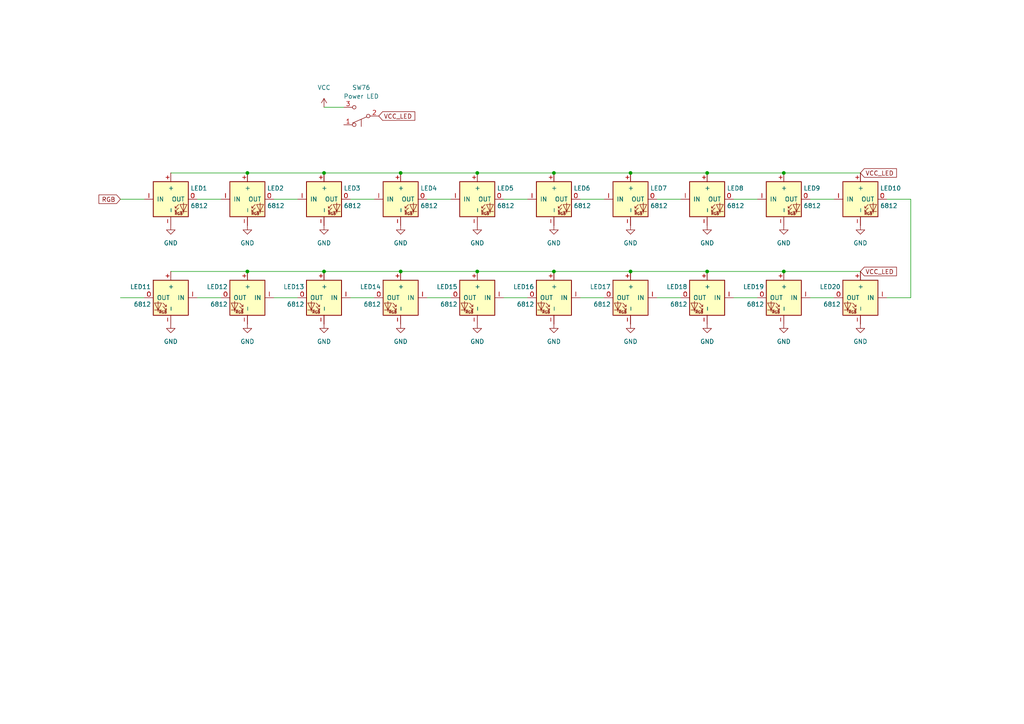
<source format=kicad_sch>
(kicad_sch (version 20211123) (generator eeschema)
  (paper "A4")
  (lib_symbols
    (symbol "Switch:SW_Push_SPDT" (pin_names (offset 0) hide)
      (property "Reference" "SW" (at 0 4.318 0))
      (property "Value" "SW_Push_SPDT" (at 0 -5.08 0))
      (symbol "SW_Push_SPDT_0_0"
        (circle (center -2.032 0) (radius 0.508))
        (polyline (pts (xy 0 1.016) (xy 0 3.048)))
        (circle (center 2.032 -2.54) (radius 0.508))
      )
      (symbol "SW_Push_SPDT_0_1"
        (polyline (pts (xy -1.524 0.254) (xy 2.54 2.032)))
        (circle (center 2.032 2.54) (radius 0.508))
      )
      (symbol "SW_Push_SPDT_1_1"
        (pin passive line (at 5.08 2.54 180) (length 2.54) (name "A") (number "1"))
        (pin passive line (at -5.08 0 0) (length 2.54) (name "B") (number "2"))
        (pin passive line (at 5.08 -2.54 180) (length 2.54) (name "C") (number "3"))
      )
    )
    (symbol "anki:6812" (pin_names (offset 1.016))
      (property "Reference" "LED" (at 5.08 7.62 0))
      (property "Value" "6812" (at 5.08 10.16 0))
      (symbol "6812_1_1"
        (polyline (pts (xy 1.27 -3.556) (xy 1.778 -3.556)))
        (polyline (pts (xy 1.27 -2.54) (xy 1.778 -2.54)))
        (polyline (pts (xy 4.699 -3.556) (xy 2.667 -3.556)))
        (polyline (pts (xy 2.286 -2.54) (xy 1.27 -3.556) (xy 1.27 -3.048)))
        (polyline (pts (xy 2.286 -1.524) (xy 1.27 -2.54) (xy 1.27 -2.032)))
        (polyline (pts (xy 3.683 -1.016) (xy 3.683 -3.556) (xy 3.683 -4.064)))
        (polyline (pts (xy 4.699 -1.524) (xy 2.667 -1.524) (xy 3.683 -3.556) (xy 4.699 -1.524)))
        (rectangle (start 5.08 5.08) (end -5.08 -5.08) (stroke (width 0.254)) (fill (type background)))
        (text "RGB" (at 2.286 -4.191 0) (effects (font (size 0.762 0.762))))
        (pin power_in line (at 0 7.62 270) (length 2.54) (name "+") (number "+"))
        (pin power_in line (at 0 -7.62 90) (length 2.54) (name "-") (number "-"))
        (pin input line (at -7.62 0 0) (length 2.54) (name "IN") (number "I"))
        (pin output line (at 7.62 0 180) (length 2.54) (name "OUT") (number "O"))
      )
    )
    (symbol "power:GND" (power) (pin_names (offset 0))
      (property "Value" "GND" (at 0 -3.81 0))
      (symbol "GND_0_1"
        (polyline (pts (xy 0 0) (xy 0 -1.27) (xy 1.27 -1.27) (xy 0 -2.54) (xy -1.27 -1.27) (xy 0 -1.27)))
      )
      (symbol "GND_1_1"
        (pin power_in line (at 0 0 270) (length 0) hide (name "GND") (number "1"))
      )
    )
    (symbol "power:VCC" (power) (pin_names (offset 0))
      (property "Value" "VCC" (at 0 3.81 0))
      (symbol "VCC_0_1"
        (polyline (pts (xy -0.762 1.27) (xy 0 2.54)))
        (polyline (pts (xy 0 0) (xy 0 2.54)))
        (polyline (pts (xy 0 2.54) (xy 0.762 1.27)))
      )
      (symbol "VCC_1_1"
        (pin power_in line (at 0 0 90) (length 0) hide (name "VCC") (number "1"))
      )
    )
  )
  (junction (at 205.105 50.165))
  (junction (at 160.655 50.165) (diameter 0.9144))
  (junction (at 71.755 78.74) (diameter 0.9144))
  (junction (at 160.655 78.74))
  (junction (at 93.98 78.74))
  (junction (at 138.43 50.165))
  (junction (at 205.105 78.74))
  (junction (at 116.205 50.165))
  (junction (at 227.33 50.165) (diameter 0.9144))
  (junction (at 116.205 78.74) (diameter 0.9144))
  (junction (at 71.755 50.165))
  (junction (at 182.88 50.165) (diameter 0.9144))
  (junction (at 182.88 78.74))
  (junction (at 227.33 78.74) (diameter 0.9144))
  (junction (at 93.98 50.165))
  (junction (at 138.43 78.74) (diameter 0.9144))
  (wire (pts (xy 241.935 86.36) (xy 234.95 86.36)))
  (wire (pts (xy 182.88 78.74) (xy 160.655 78.74)))
  (wire (pts (xy 49.53 50.165) (xy 71.755 50.165)))
  (wire (pts (xy 205.105 50.165) (xy 227.33 50.165)))
  (wire (pts (xy 79.375 57.785) (xy 86.36 57.785)))
  (wire (pts (xy 34.925 57.785) (xy 41.91 57.785)))
  (wire (pts (xy 264.16 86.36) (xy 257.175 86.36)))
  (wire (pts (xy 116.205 50.165) (xy 138.43 50.165)))
  (wire (pts (xy 86.36 86.36) (xy 79.375 86.36)))
  (wire (pts (xy 227.33 50.165) (xy 249.555 50.165)))
  (wire (pts (xy 146.05 57.785) (xy 153.035 57.785)))
  (wire (pts (xy 175.26 86.36) (xy 168.275 86.36)))
  (wire (pts (xy 116.205 78.74) (xy 93.98 78.74)))
  (wire (pts (xy 249.555 78.74) (xy 227.33 78.74)))
  (wire (pts (xy 93.98 50.165) (xy 116.205 50.165)))
  (wire (pts (xy 257.175 57.785) (xy 264.16 57.785)))
  (wire (pts (xy 234.95 57.785) (xy 241.935 57.785)))
  (wire (pts (xy 123.825 57.785) (xy 130.81 57.785)))
  (wire (pts (xy 219.71 86.36) (xy 212.725 86.36)))
  (wire (pts (xy 57.15 57.785) (xy 64.135 57.785)))
  (wire (pts (xy 64.135 86.36) (xy 57.15 86.36)))
  (wire (pts (xy 168.275 57.785) (xy 175.26 57.785)))
  (wire (pts (xy 130.81 86.36) (xy 123.825 86.36)))
  (wire (pts (xy 160.655 78.74) (xy 138.43 78.74)))
  (wire (pts (xy 153.035 86.36) (xy 146.05 86.36)))
  (wire (pts (xy 101.6 57.785) (xy 108.585 57.785)))
  (wire (pts (xy 138.43 78.74) (xy 116.205 78.74)))
  (wire (pts (xy 71.755 50.165) (xy 93.98 50.165)))
  (wire (pts (xy 41.91 86.36) (xy 34.925 86.36)))
  (wire (pts (xy 182.88 78.74) (xy 205.105 78.74)))
  (wire (pts (xy 93.98 31.115) (xy 99.695 31.115)))
  (wire (pts (xy 138.43 50.165) (xy 160.655 50.165)))
  (wire (pts (xy 264.16 57.785) (xy 264.16 86.36)))
  (wire (pts (xy 227.33 78.74) (xy 205.105 78.74)))
  (wire (pts (xy 71.755 78.74) (xy 49.53 78.74)))
  (wire (pts (xy 197.485 86.36) (xy 190.5 86.36)))
  (wire (pts (xy 182.88 50.165) (xy 205.105 50.165)))
  (wire (pts (xy 108.585 86.36) (xy 101.6 86.36)))
  (wire (pts (xy 190.5 57.785) (xy 197.485 57.785)))
  (wire (pts (xy 160.655 50.165) (xy 182.88 50.165)))
  (wire (pts (xy 212.725 57.785) (xy 219.71 57.785)))
  (wire (pts (xy 93.98 78.74) (xy 71.755 78.74)))
  (global_label "RGB" (shape input) (at 34.925 57.785 180) (property "Intersheet References" "${INTERSHEET_REFS}" (effects hide)))
  (global_label "VCC_LED" (shape input) (at 249.555 50.165 0) (property "Intersheet References" "${INTERSHEET_REFS}" (effects hide)))
  (global_label "VCC_LED" (shape input) (at 109.855 33.655 0) (property "Intersheet References" "${INTERSHEET_REFS}" (effects hide)))
  (global_label "VCC_LED" (shape input) (at 249.555 78.74 0) (property "Intersheet References" "${INTERSHEET_REFS}" (effects hide)))
  (symbol (lib_id "anki:6812") (at 49.53 57.785 0) (unit 1)
    (property "Reference" "LED1" (at 55.245 54.6099 0) (effects (justify left)))
    (property "Value" "6812" (at 55.245 59.6899 0) (effects (justify left)))
    (property "Footprint" "kien242:SK6812-MINI" (effects hide))
  )
  (symbol (lib_id "anki:6812") (at 249.555 57.785 0) (unit 1)
    (property "Reference" "LED10" (at 255.27 54.6099 0) (effects (justify left)))
    (property "Value" "6812" (at 255.27 59.6899 0) (effects (justify left)))
    (property "Footprint" "kien242:SK6812-MINI" (effects hide))
  )
  (symbol (lib_id "power:GND") (at 116.205 65.405 0) (unit 1)
    (property "Reference" "#PWR040" (effects hide))
    (property "Value" "GND" (at 116.205 70.485 0))
  )
  (symbol (lib_id "power:GND") (at 160.655 65.405 0) (unit 1)
    (property "Reference" "#PWR042" (effects hide))
    (property "Value" "GND" (at 160.655 70.485 0))
  )
  (symbol (lib_id "power:GND") (at 49.53 65.405 0) (unit 1)
    (property "Reference" "#PWR037" (effects hide))
    (property "Value" "GND" (at 49.53 70.485 0))
  )
  (symbol (lib_id "anki:6812") (at 116.205 57.785 0) (unit 1)
    (property "Reference" "LED4" (at 121.92 54.6099 0) (effects (justify left)))
    (property "Value" "6812" (at 121.92 59.6899 0) (effects (justify left)))
    (property "Footprint" "kien242:SK6812-MINI" (effects hide))
  )
  (symbol (lib_id "anki:6812") (at 227.33 86.36 0) (mirror y) (unit 1)
    (property "Reference" "LED19" (at 221.615 83.1849 0) (effects (justify left)))
    (property "Value" "6812" (at 221.615 88.2649 0) (effects (justify left)))
    (property "Footprint" "kien242:SK6812-MINI" (effects hide))
  )
  (symbol (lib_id "anki:6812") (at 205.105 57.785 0) (unit 1)
    (property "Reference" "LED8" (at 210.82 54.6099 0) (effects (justify left)))
    (property "Value" "6812" (at 210.82 59.6899 0) (effects (justify left)))
    (property "Footprint" "kien242:SK6812-MINI" (effects hide))
  )
  (symbol (lib_id "anki:6812") (at 138.43 57.785 0) (unit 1)
    (property "Reference" "LED5" (at 144.145 54.6099 0) (effects (justify left)))
    (property "Value" "6812" (at 144.145 59.6899 0) (effects (justify left)))
    (property "Footprint" "kien242:SK6812-MINI" (effects hide))
  )
  (symbol (lib_id "anki:6812") (at 249.555 86.36 0) (mirror y) (unit 1)
    (property "Reference" "LED20" (at 243.84 83.1849 0) (effects (justify left)))
    (property "Value" "6812" (at 243.84 88.2649 0) (effects (justify left)))
    (property "Footprint" "kien242:SK6812-MINI" (effects hide))
  )
  (symbol (lib_id "anki:6812") (at 49.53 86.36 0) (mirror y) (unit 1)
    (property "Reference" "LED11" (at 43.815 83.1849 0) (effects (justify left)))
    (property "Value" "6812" (at 43.815 88.2649 0) (effects (justify left)))
    (property "Footprint" "kien242:SK6812-MINI" (effects hide))
  )
  (symbol (lib_id "power:GND") (at 71.755 93.98 0) (mirror y) (unit 1)
    (property "Reference" "#PWR048" (effects hide))
    (property "Value" "GND" (at 71.755 99.06 0))
  )
  (symbol (lib_id "anki:6812") (at 182.88 86.36 0) (mirror y) (unit 1)
    (property "Reference" "LED17" (at 177.165 83.1849 0) (effects (justify left)))
    (property "Value" "6812" (at 177.165 88.2649 0) (effects (justify left)))
    (property "Footprint" "kien242:SK6812-MINI" (effects hide))
  )
  (symbol (lib_id "power:GND") (at 182.88 65.405 0) (unit 1)
    (property "Reference" "#PWR043" (effects hide))
    (property "Value" "GND" (at 182.88 70.485 0))
  )
  (symbol (lib_id "power:GND") (at 93.98 93.98 0) (mirror y) (unit 1)
    (property "Reference" "#PWR049" (effects hide))
    (property "Value" "GND" (at 93.98 99.06 0))
  )
  (symbol (lib_id "power:GND") (at 249.555 93.98 0) (mirror y) (unit 1)
    (property "Reference" "#PWR056" (effects hide))
    (property "Value" "GND" (at 249.555 99.06 0))
  )
  (symbol (lib_id "anki:6812") (at 93.98 57.785 0) (unit 1)
    (property "Reference" "LED3" (at 99.695 54.6099 0) (effects (justify left)))
    (property "Value" "6812" (at 99.695 59.6899 0) (effects (justify left)))
    (property "Footprint" "kien242:SK6812-MINI" (effects hide))
  )
  (symbol (lib_id "power:GND") (at 205.105 65.405 0) (unit 1)
    (property "Reference" "#PWR044" (effects hide))
    (property "Value" "GND" (at 205.105 70.485 0))
  )
  (symbol (lib_id "anki:6812") (at 71.755 57.785 0) (unit 1)
    (property "Reference" "LED2" (at 77.47 54.6099 0) (effects (justify left)))
    (property "Value" "6812" (at 77.47 59.6899 0) (effects (justify left)))
    (property "Footprint" "kien242:SK6812-MINI" (effects hide))
  )
  (symbol (lib_id "anki:6812") (at 227.33 57.785 0) (unit 1)
    (property "Reference" "LED9" (at 233.045 54.6099 0) (effects (justify left)))
    (property "Value" "6812" (at 233.045 59.6899 0) (effects (justify left)))
    (property "Footprint" "kien242:SK6812-MINI" (effects hide))
  )
  (symbol (lib_id "power:GND") (at 138.43 93.98 0) (mirror y) (unit 1)
    (property "Reference" "#PWR051" (effects hide))
    (property "Value" "GND" (at 138.43 99.06 0))
  )
  (symbol (lib_id "power:GND") (at 116.205 93.98 0) (mirror y) (unit 1)
    (property "Reference" "#PWR050" (effects hide))
    (property "Value" "GND" (at 116.205 99.06 0))
  )
  (symbol (lib_id "power:GND") (at 249.555 65.405 0) (unit 1)
    (property "Reference" "#PWR046" (effects hide))
    (property "Value" "GND" (at 249.555 70.485 0))
  )
  (symbol (lib_id "power:GND") (at 71.755 65.405 0) (unit 1)
    (property "Reference" "#PWR038" (effects hide))
    (property "Value" "GND" (at 71.755 70.485 0))
  )
  (symbol (lib_id "anki:6812") (at 182.88 57.785 0) (unit 1)
    (property "Reference" "LED7" (at 188.595 54.6099 0) (effects (justify left)))
    (property "Value" "6812" (at 188.595 59.6899 0) (effects (justify left)))
    (property "Footprint" "kien242:SK6812-MINI" (effects hide))
  )
  (symbol (lib_id "anki:6812") (at 116.205 86.36 0) (mirror y) (unit 1)
    (property "Reference" "LED14" (at 110.49 83.1849 0) (effects (justify left)))
    (property "Value" "6812" (at 110.49 88.2649 0) (effects (justify left)))
    (property "Footprint" "kien242:SK6812-MINI" (effects hide))
  )
  (symbol (lib_id "Switch:SW_Push_SPDT") (at 104.775 33.655 180) (unit 1)
    (property "Reference" "SW76" (at 104.775 25.4 0))
    (property "Value" "Power LED" (at 104.775 27.94 0))
    (property "Footprint" "Button_Switch_SMD:SW_SPDT_PCM12" (effects hide))
  )
  (symbol (lib_id "power:GND") (at 227.33 93.98 0) (mirror y) (unit 1)
    (property "Reference" "#PWR055" (effects hide))
    (property "Value" "GND" (at 227.33 99.06 0))
  )
  (symbol (lib_id "power:GND") (at 205.105 93.98 0) (mirror y) (unit 1)
    (property "Reference" "#PWR054" (effects hide))
    (property "Value" "GND" (at 205.105 99.06 0))
  )
  (symbol (lib_id "power:GND") (at 49.53 93.98 0) (mirror y) (unit 1)
    (property "Reference" "#PWR047" (effects hide))
    (property "Value" "GND" (at 49.53 99.06 0))
  )
  (symbol (lib_id "power:GND") (at 93.98 65.405 0) (unit 1)
    (property "Reference" "#PWR039" (effects hide))
    (property "Value" "GND" (at 93.98 70.485 0))
  )
  (symbol (lib_id "anki:6812") (at 160.655 86.36 0) (mirror y) (unit 1)
    (property "Reference" "LED16" (at 154.94 83.1849 0) (effects (justify left)))
    (property "Value" "6812" (at 154.94 88.2649 0) (effects (justify left)))
    (property "Footprint" "kien242:SK6812-MINI" (effects hide))
  )
  (symbol (lib_id "anki:6812") (at 160.655 57.785 0) (unit 1)
    (property "Reference" "LED6" (at 166.37 54.6099 0) (effects (justify left)))
    (property "Value" "6812" (at 166.37 59.6899 0) (effects (justify left)))
    (property "Footprint" "kien242:SK6812-MINI" (effects hide))
  )
  (symbol (lib_id "power:GND") (at 160.655 93.98 0) (mirror y) (unit 1)
    (property "Reference" "#PWR052" (effects hide))
    (property "Value" "GND" (at 160.655 99.06 0))
  )
  (symbol (lib_id "power:GND") (at 182.88 93.98 0) (mirror y) (unit 1)
    (property "Reference" "#PWR053" (effects hide))
    (property "Value" "GND" (at 182.88 99.06 0))
  )
  (symbol (lib_id "anki:6812") (at 138.43 86.36 0) (mirror y) (unit 1)
    (property "Reference" "LED15" (at 132.715 83.1849 0) (effects (justify left)))
    (property "Value" "6812" (at 132.715 88.2649 0) (effects (justify left)))
    (property "Footprint" "kien242:SK6812-MINI" (effects hide))
  )
  (symbol (lib_id "power:GND") (at 227.33 65.405 0) (unit 1)
    (property "Reference" "#PWR045" (effects hide))
    (property "Value" "GND" (at 227.33 70.485 0))
  )
  (symbol (lib_id "anki:6812") (at 205.105 86.36 0) (mirror y) (unit 1)
    (property "Reference" "LED18" (at 199.39 83.1849 0) (effects (justify left)))
    (property "Value" "6812" (at 199.39 88.2649 0) (effects (justify left)))
    (property "Footprint" "kien242:SK6812-MINI" (effects hide))
  )
  (symbol (lib_id "power:GND") (at 138.43 65.405 0) (unit 1)
    (property "Reference" "#PWR041" (effects hide))
    (property "Value" "GND" (at 138.43 70.485 0))
  )
  (symbol (lib_id "power:VCC") (at 93.98 31.115 0) (unit 1)
    (property "Reference" "#PWR036" (effects hide))
    (property "Value" "VCC" (at 93.98 25.4 0))
  )
  (symbol (lib_id "anki:6812") (at 93.98 86.36 0) (mirror y) (unit 1)
    (property "Reference" "LED13" (at 88.265 83.1849 0) (effects (justify left)))
    (property "Value" "6812" (at 88.265 88.2649 0) (effects (justify left)))
    (property "Footprint" "kien242:SK6812-MINI" (effects hide))
  )
  (symbol (lib_id "anki:6812") (at 71.755 86.36 0) (mirror y) (unit 1)
    (property "Reference" "LED12" (at 66.04 83.1849 0) (effects (justify left)))
    (property "Value" "6812" (at 66.04 88.2649 0) (effects (justify left)))
    (property "Footprint" "kien242:SK6812-MINI" (effects hide))
  )
)
</source>
